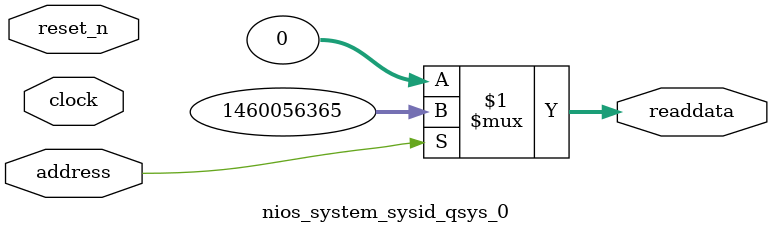
<source format=v>

`timescale 1ns / 1ps
// synthesis translate_on

// turn off superfluous verilog processor warnings 
// altera message_level Level1 
// altera message_off 10034 10035 10036 10037 10230 10240 10030 

module nios_system_sysid_qsys_0 (
               // inputs:
                address,
                clock,
                reset_n,

               // outputs:
                readdata
             )
;

  output  [ 31: 0] readdata;
  input            address;
  input            clock;
  input            reset_n;

  wire    [ 31: 0] readdata;
  //control_slave, which is an e_avalon_slave
  assign readdata = address ? 1460056365 : 0;

endmodule




</source>
